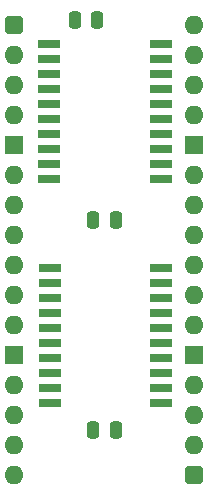
<source format=gts>
%TF.GenerationSoftware,KiCad,Pcbnew,9.0.2*%
%TF.CreationDate,2025-06-17T18:59:47+02:00*%
%TF.ProjectId,Coprocessor Transceiver,436f7072-6f63-4657-9373-6f7220547261,V0*%
%TF.SameCoordinates,Original*%
%TF.FileFunction,Soldermask,Top*%
%TF.FilePolarity,Negative*%
%FSLAX46Y46*%
G04 Gerber Fmt 4.6, Leading zero omitted, Abs format (unit mm)*
G04 Created by KiCad (PCBNEW 9.0.2) date 2025-06-17 18:59:47*
%MOMM*%
%LPD*%
G01*
G04 APERTURE LIST*
G04 Aperture macros list*
%AMRoundRect*
0 Rectangle with rounded corners*
0 $1 Rounding radius*
0 $2 $3 $4 $5 $6 $7 $8 $9 X,Y pos of 4 corners*
0 Add a 4 corners polygon primitive as box body*
4,1,4,$2,$3,$4,$5,$6,$7,$8,$9,$2,$3,0*
0 Add four circle primitives for the rounded corners*
1,1,$1+$1,$2,$3*
1,1,$1+$1,$4,$5*
1,1,$1+$1,$6,$7*
1,1,$1+$1,$8,$9*
0 Add four rect primitives between the rounded corners*
20,1,$1+$1,$2,$3,$4,$5,0*
20,1,$1+$1,$4,$5,$6,$7,0*
20,1,$1+$1,$6,$7,$8,$9,0*
20,1,$1+$1,$8,$9,$2,$3,0*%
G04 Aperture macros list end*
%ADD10RoundRect,0.250000X0.250000X0.475000X-0.250000X0.475000X-0.250000X-0.475000X0.250000X-0.475000X0*%
%ADD11RoundRect,0.250000X-0.250000X-0.475000X0.250000X-0.475000X0.250000X0.475000X-0.250000X0.475000X0*%
%ADD12RoundRect,0.400000X-0.400000X-0.400000X0.400000X-0.400000X0.400000X0.400000X-0.400000X0.400000X0*%
%ADD13O,1.600000X1.600000*%
%ADD14R,1.600000X1.600000*%
%ADD15R,1.950000X0.650000*%
G04 APERTURE END LIST*
D10*
%TO.C,C8*%
X8580000Y-16510000D03*
X6680000Y-16510000D03*
%TD*%
D11*
%TO.C,C4*%
X6686000Y-34290000D03*
X8586000Y-34290000D03*
%TD*%
D10*
%TO.C,C1*%
X7030000Y381000D03*
X5130000Y381000D03*
%TD*%
D12*
%TO.C,J2*%
X0Y0D03*
D13*
X0Y-2540000D03*
X0Y-5080000D03*
X0Y-7620000D03*
D14*
X0Y-10160000D03*
D13*
X0Y-12700000D03*
X0Y-15240000D03*
X0Y-17780000D03*
X0Y-20320000D03*
X0Y-22860000D03*
X0Y-25400000D03*
D14*
X0Y-27940000D03*
D13*
X0Y-30480000D03*
X0Y-33020000D03*
X0Y-35560000D03*
X0Y-38100000D03*
D12*
X15240000Y-38100000D03*
D13*
X15240000Y-35560000D03*
X15240000Y-33020000D03*
X15240000Y-30480000D03*
D14*
X15240000Y-27940000D03*
D13*
X15240000Y-25400000D03*
X15240000Y-22860000D03*
X15240000Y-20320000D03*
X15240000Y-17780000D03*
X15240000Y-15240000D03*
X15240000Y-12700000D03*
D14*
X15240000Y-10160000D03*
D13*
X15240000Y-7620000D03*
X15240000Y-5080000D03*
X15240000Y-2540000D03*
X15240000Y0D03*
%TD*%
D15*
%TO.C,IC7*%
X2921000Y-1651000D03*
X2921000Y-2921000D03*
X2921000Y-4191000D03*
X2921000Y-5461000D03*
X2921000Y-6731000D03*
X2921000Y-8001000D03*
X2921000Y-9271000D03*
X2921000Y-10541000D03*
X2921000Y-11811000D03*
X2921000Y-13081000D03*
X12371000Y-13081000D03*
X12371000Y-11811000D03*
X12371000Y-10541000D03*
X12371000Y-9271000D03*
X12371000Y-8001000D03*
X12371000Y-6731000D03*
X12371000Y-5461000D03*
X12371000Y-4191000D03*
X12371000Y-2921000D03*
X12371000Y-1651000D03*
%TD*%
%TO.C,IC6*%
X12446000Y-32004000D03*
X12446000Y-30734000D03*
X12446001Y-29464000D03*
X12446000Y-28194000D03*
X12446000Y-26924000D03*
X12446000Y-25654000D03*
X12446000Y-24384000D03*
X12446001Y-23114000D03*
X12446000Y-21844000D03*
X12446000Y-20574000D03*
X2996000Y-20574000D03*
X2996000Y-21844000D03*
X2995999Y-23114000D03*
X2996000Y-24384000D03*
X2996000Y-25654000D03*
X2996000Y-26924000D03*
X2996000Y-28194000D03*
X2995999Y-29464000D03*
X2996000Y-30734000D03*
X2996000Y-32004000D03*
%TD*%
M02*

</source>
